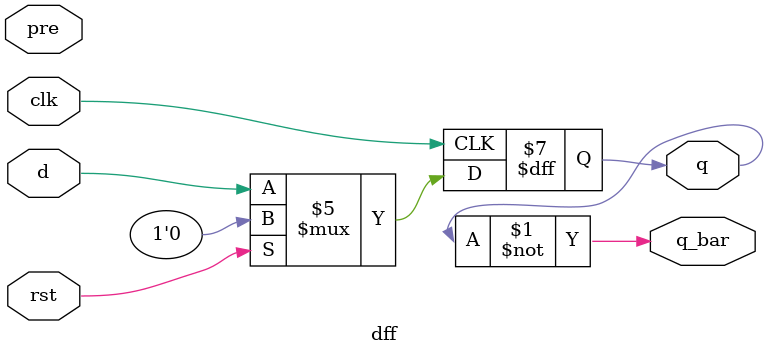
<source format=v>
module implicit();
// it has no in/op ports
// lets define intermediate elements
reg clk, d, rst, pre;
wire q;

// here second port is not connected
dff u0 (q,,clk,d,rst,pre);
endmodule

// D flip-flop
module dff (
q, 
q_bar, 
clk, 
d, 
rst, 
pre
);

// -------Input Ports-----------------
input clk;
input d;
input rst;
input pre;

// -------Output Ports-----------------
output q;
output q_bar;

// If nothing mentioned.. they are assumed to be wires..
// however, it is a good practice to expilicity specify
// it here...
// ------------Port data type-----------
reg q;

assign q_bar = ~q; // 'q_bar' is a wire

always @(posedge clk) begin
	if (rst == 1'b1) begin
		q <= 0;
	end else begin
		q <= d;
	end
end

endmodule
</source>
